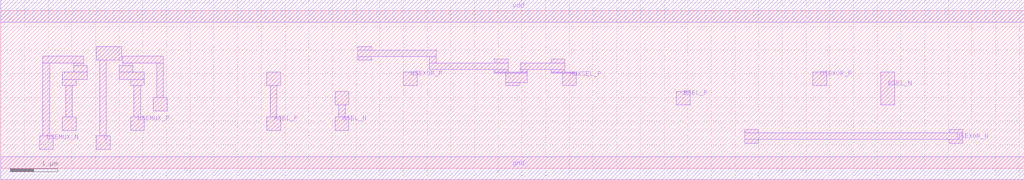
<source format=lef>
VERSION 5.7 ;
  NOWIREEXTENSIONATPIN ON ;
  DIVIDERCHAR "/" ;
  BUSBITCHARS "[]" ;
MACRO LOFTY
  CLASS CORE ;
  FOREIGN LOFTY ;
  ORIGIN 0.000 0.000 ;
  SIZE 21.600 BY 3.330 ;
  SYMMETRY X Y R90 ;
  SITE unit ;
  PIN vdd
    DIRECTION INOUT ;
    USE POWER ;
    SHAPE ABUTMENT ;
    PORT
      LAYER met1 ;
        RECT 0.000 3.090 21.600 3.570 ;
    END
  END vdd
  PIN gnd
    DIRECTION INOUT ;
    USE GROUND ;
    SHAPE ABUTMENT ;
    PORT
      LAYER met1 ;
        RECT 0.000 -0.240 21.600 0.240 ;
    END
  END gnd
  PIN Q
    DIRECTION INOUT ;
    USE SIGNAL ;
    SHAPE ABUTMENT ;
    PORT
      LAYER met1 ;
        RECT 2.020 2.290 2.550 2.580 ;
        RECT 2.090 0.690 2.230 2.290 ;
        RECT 2.020 0.400 2.310 0.690 ;
    END
  END Q
  PIN ASEL_P
    DIRECTION INOUT ;
    USE SIGNAL ;
    SHAPE ABUTMENT ;
    PORT
      LAYER met1 ;
        RECT 5.620 1.750 5.910 2.040 ;
        RECT 5.690 1.090 5.830 1.750 ;
        RECT 5.620 0.800 5.910 1.090 ;
    END
  END ASEL_P
  PIN USEXOR_N
    DIRECTION INOUT ;
    USE SIGNAL ;
    SHAPE ABUTMENT ;
    PORT
      LAYER met1 ;
        RECT 15.700 0.750 15.990 0.820 ;
        RECT 20.020 0.750 20.310 0.820 ;
        RECT 15.700 0.610 20.310 0.750 ;
        RECT 15.700 0.530 15.990 0.610 ;
        RECT 20.020 0.530 20.310 0.610 ;
    END
  END USEXOR_N
  PIN USEMUX_N
    DIRECTION INOUT ;
    USE SIGNAL ;
    SHAPE ABUTMENT ;
    PORT
      LAYER met1 ;
        RECT 0.890 2.230 1.750 2.370 ;
        RECT 0.890 0.690 1.030 2.230 ;
        RECT 1.540 2.170 1.750 2.230 ;
        RECT 1.540 2.040 1.830 2.170 ;
        RECT 1.300 1.880 1.830 2.040 ;
        RECT 1.300 1.750 1.590 1.880 ;
        RECT 1.370 1.090 1.510 1.750 ;
        RECT 1.300 0.800 1.590 1.090 ;
        RECT 0.820 0.400 1.110 0.690 ;
    END
  END USEMUX_N
  PIN USEXOR_P
    DIRECTION INOUT ;
    USE SIGNAL ;
    SHAPE ABUTMENT ;
    PORT
      LAYER met1 ;
        RECT 17.140 1.750 17.430 2.040 ;
    END
    PORT
      LAYER met1 ;
        RECT 8.500 1.750 8.790 2.040 ;
    END
  END USEXOR_P
  PIN ASEL_N
    DIRECTION INOUT ;
    USE SIGNAL ;
    SHAPE ABUTMENT ;
    PORT
      LAYER met1 ;
        RECT 7.060 1.340 7.350 1.630 ;
        RECT 7.130 1.090 7.270 1.340 ;
        RECT 7.060 0.800 7.350 1.090 ;
    END
  END ASEL_N
  PIN BSEL_N
    DIRECTION INOUT ;
    USE SIGNAL ;
    SHAPE ABUTMENT ;
    PORT
      LAYER met1 ;
        RECT 18.580 1.340 18.870 2.040 ;
    END
  END BSEL_N
  PIN BSEL_P
    DIRECTION INOUT ;
    USE SIGNAL ;
    SHAPE ABUTMENT ;
    PORT
      LAYER met1 ;
        RECT 14.260 1.340 14.550 1.630 ;
    END
  END BSEL_P
  PIN MUXSEL_P
    DIRECTION INOUT ;
    USE SIGNAL ;
    SHAPE ABUTMENT ;
    PORT
      LAYER met1 ;
        RECT 7.540 2.500 7.830 2.580 ;
        RECT 7.540 2.360 9.190 2.500 ;
        RECT 7.540 2.290 7.830 2.360 ;
        RECT 9.050 2.230 9.190 2.360 ;
        RECT 10.420 2.230 10.710 2.310 ;
        RECT 11.620 2.230 11.910 2.310 ;
        RECT 9.050 2.090 10.710 2.230 ;
        RECT 10.420 2.040 10.710 2.090 ;
        RECT 10.970 2.090 11.910 2.230 ;
        RECT 10.970 2.040 11.110 2.090 ;
        RECT 10.420 2.020 11.110 2.040 ;
        RECT 11.620 2.040 11.910 2.090 ;
        RECT 11.620 2.020 12.150 2.040 ;
        RECT 10.660 1.820 11.110 2.020 ;
        RECT 10.660 1.750 10.950 1.820 ;
        RECT 11.860 1.750 12.150 2.020 ;
    END
  END MUXSEL_P
  PIN USEMUX_P
    DIRECTION INOUT ;
    USE SIGNAL ;
    SHAPE ABUTMENT ;
    PORT
      LAYER met1 ;
        RECT 2.570 2.230 3.430 2.370 ;
        RECT 2.570 2.170 2.790 2.230 ;
        RECT 2.500 2.040 2.790 2.170 ;
        RECT 2.500 1.880 3.030 2.040 ;
        RECT 2.740 1.750 3.030 1.880 ;
        RECT 2.810 1.090 2.950 1.750 ;
        RECT 3.290 1.500 3.430 2.230 ;
        RECT 3.220 1.210 3.510 1.500 ;
        RECT 2.740 0.800 3.030 1.090 ;
    END
  END USEMUX_P
END LOFTY
END LIBRARY


</source>
